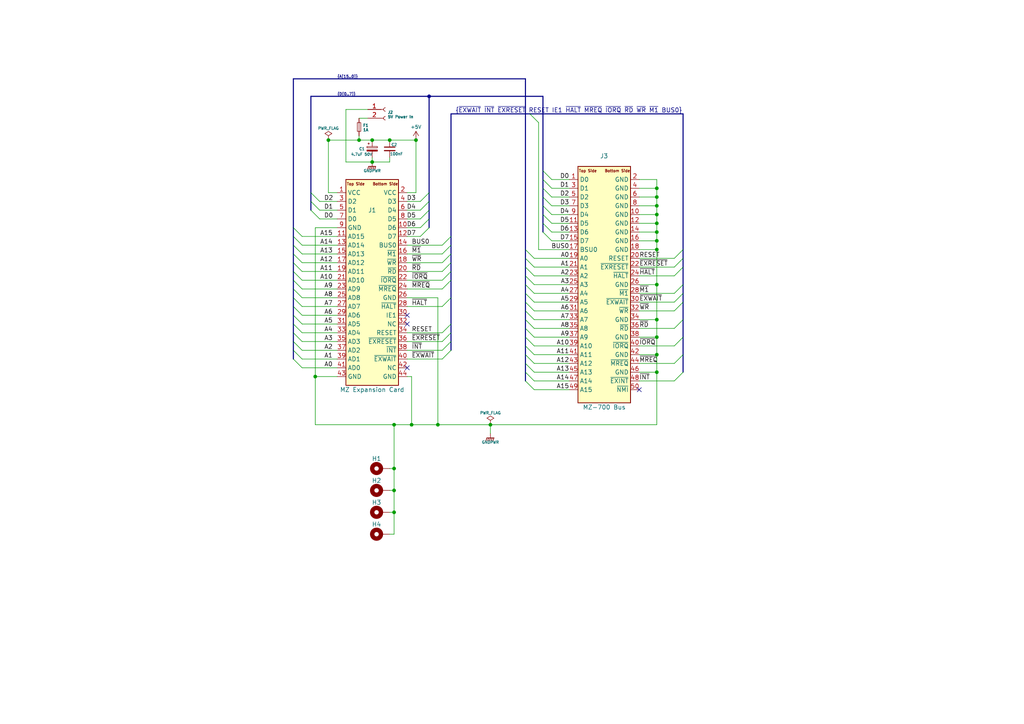
<source format=kicad_sch>
(kicad_sch (version 20230121) (generator eeschema)
  (paper "A4")
  (title_block (title "K&P SFD-700 Floppy Interface mkII") (date "2021-05-17") (rev "1.0") (comment 1 "and enhanced to operate with the MZ-80A.") (comment 2 "This is a recreation of the card using the SFD-700 & SFD-800 schematics as the base") (comment 4 "Kersten & Partners SFD-700 Floppy Disk Interface card for the Sharp MZ-80A/MZ-700."))
  (lib_symbols
    (symbol "Connector:Conn_01x02_Socket" (pin_names (offset 1.016) hide)
      (property "Reference" "J" (at 0 2.54 0))
      (property "Value" "Conn_01x02_Socket" (at 0 -5.08 0))
      (symbol "Conn_01x02_Socket_1_1"
        (arc (start 0 -2.032) (mid -0.5058 -2.54) (end 0 -3.048) (stroke (width 0.1524)))
        (polyline (pts (xy -1.27 -2.54) (xy -0.508 -2.54)) (stroke (width 0.1524)))
        (polyline (pts (xy -1.27 0) (xy -0.508 0)) (stroke (width 0.1524)))
        (arc (start 0 0.508) (mid -0.5058 0) (end 0 -0.508) (stroke (width 0.1524)))
        (pin passive line (at -5.08 0 0) (length 3.81) (name "Pin_1") (number "1"))
        (pin passive line (at -5.08 -2.54 0) (length 3.81) (name "Pin_2") (number "2"))
      )
    )
    (symbol "Device:C_Polarized_Small" (pin_numbers hide) (pin_names (offset 0.254) hide)
      (property "Reference" "C" (at 0.254 1.778 0))
      (property "Value" "C_Polarized_Small" (at 0.254 -2.032 0))
      (symbol "C_Polarized_Small_0_1"
        (rectangle (start -1.524 -0.3048) (end 1.524 -0.6858) (fill (type outline)))
        (rectangle (start -1.524 0.6858) (end 1.524 0.3048))
        (polyline (pts (xy -1.27 1.524) (xy -0.762 1.524)))
        (polyline (pts (xy -1.016 1.27) (xy -1.016 1.778)))
      )
      (symbol "C_Polarized_Small_1_1"
        (pin passive line (at 0 2.54 270) (length 1.8542) (name "~") (number "1"))
        (pin passive line (at 0 -2.54 90) (length 1.8542) (name "~") (number "2"))
      )
    )
    (symbol "Device:C_Small" (pin_numbers hide) (pin_names (offset 0.254) hide)
      (property "Reference" "C" (at 0.254 1.778 0))
      (property "Value" "C_Small" (at 0.254 -2.032 0))
      (symbol "C_Small_0_1"
        (polyline (pts (xy -1.524 -0.508) (xy 1.524 -0.508)) (stroke (width 0.3302)))
        (polyline (pts (xy -1.524 0.508) (xy 1.524 0.508)) (stroke (width 0.3048)))
      )
      (symbol "C_Small_1_1"
        (pin passive line (at 0 2.54 270) (length 2.032) (name "~") (number "1"))
        (pin passive line (at 0 -2.54 90) (length 2.032) (name "~") (number "2"))
      )
    )
    (symbol "Device:Fuse_Small" (pin_numbers hide) (pin_names (offset 0.254) hide)
      (property "Reference" "F" (at 0 -1.524 0))
      (property "Value" "Fuse_Small" (at 0 1.524 0))
      (symbol "Fuse_Small_0_1"
        (rectangle (start -1.27 0.508) (end 1.27 -0.508))
        (polyline (pts (xy -1.27 0) (xy 1.27 0)))
      )
      (symbol "Fuse_Small_1_1"
        (pin passive line (at -2.54 0 0) (length 1.27) (name "~") (number "1"))
        (pin passive line (at 2.54 0 180) (length 1.27) (name "~") (number "2"))
      )
    )
    (symbol "EXT700:Ext_Bus_MZ700"
      (property "Reference" "J" (at 0 31.115 0))
      (property "Value" "Ext_BUS_MZ700" (at 0 -40.64 0))
      (symbol "Ext_Bus_MZ700_0_0"
        (text " Top Side" (at -5.08 29.21 0) (effects (font (size 0.7874 0.7874))))
        (text "Bottom Side" (at 3.81 29.21 0) (effects (font (size 0.7874 0.7874))))
      )
      (symbol "Ext_Bus_MZ700_0_1"
        (rectangle (start -7.62 30.48) (end 7.62 -38.1) (stroke (width 0.254)) (fill (type background)))
      )
      (symbol "Ext_Bus_MZ700_1_1"
        (pin tri_state line (at -10.16 26.67 0) (length 2.54) (name "D0") (number "1"))
        (pin power_in line (at 10.16 16.51 180) (length 2.54) (name "GND") (number "10"))
        (pin tri_state line (at -10.16 13.97 0) (length 2.54) (name "D5") (number "11"))
        (pin power_in line (at 10.16 13.97 180) (length 2.54) (name "GND") (number "12"))
        (pin tri_state line (at -10.16 11.43 0) (length 2.54) (name "D6") (number "13"))
        (pin power_in line (at 10.16 11.43 180) (length 2.54) (name "GND") (number "14"))
        (pin tri_state line (at -10.16 8.89 0) (length 2.54) (name "D7") (number "15"))
        (pin power_in line (at 10.16 8.89 180) (length 2.54) (name "GND") (number "16"))
        (pin tri_state line (at -10.16 6.35 0) (length 2.54) (name "BSU0") (number "17"))
        (pin power_in line (at 10.16 6.35 180) (length 2.54) (name "GND") (number "18"))
        (pin tri_state line (at -10.16 3.81 0) (length 2.54) (name "A0") (number "19"))
        (pin power_in line (at 10.16 26.67 180) (length 2.54) (name "GND") (number "2"))
        (pin tri_state line (at 10.16 3.81 180) (length 2.54) (name "RESET") (number "20"))
        (pin tri_state line (at -10.16 1.27 0) (length 2.54) (name "A1") (number "21"))
        (pin tri_state line (at 10.16 1.27 180) (length 2.54) (name "~{EXRESET}") (number "22"))
        (pin tri_state line (at -10.16 -1.27 0) (length 2.54) (name "A2") (number "23"))
        (pin tri_state line (at 10.16 -1.27 180) (length 2.54) (name "~{HALT}") (number "24"))
        (pin tri_state line (at -10.16 -3.81 0) (length 2.54) (name "A3") (number "25"))
        (pin power_in line (at 10.16 -3.81 180) (length 2.54) (name "GND") (number "26"))
        (pin tri_state line (at -10.16 -6.35 0) (length 2.54) (name "A4") (number "27"))
        (pin tri_state line (at 10.16 -6.35 180) (length 2.54) (name "~{M1}") (number "28"))
        (pin tri_state line (at -10.16 -8.89 0) (length 2.54) (name "A5") (number "29"))
        (pin tri_state line (at -10.16 24.13 0) (length 2.54) (name "D1") (number "3"))
        (pin tri_state line (at 10.16 -8.89 180) (length 2.54) (name "~{EXWAIT}") (number "30"))
        (pin tri_state line (at -10.16 -11.43 0) (length 2.54) (name "A6") (number "31"))
        (pin tri_state line (at 10.16 -11.43 180) (length 2.54) (name "~{WR}") (number "32"))
        (pin tri_state line (at -10.16 -13.97 0) (length 2.54) (name "A7") (number "33"))
        (pin power_in line (at 10.16 -13.97 180) (length 2.54) (name "GND") (number "34"))
        (pin tri_state line (at -10.16 -16.51 0) (length 2.54) (name "A8") (number "35"))
        (pin tri_state line (at 10.16 -16.51 180) (length 2.54) (name "~{RD}") (number "36"))
        (pin tri_state line (at -10.16 -19.05 0) (length 2.54) (name "A9") (number "37"))
        (pin power_in line (at 10.16 -19.05 180) (length 2.54) (name "GND") (number "38"))
        (pin tri_state line (at -10.16 -21.59 0) (length 2.54) (name "A10") (number "39"))
        (pin power_in line (at 10.16 24.13 180) (length 2.54) (name "GND") (number "4"))
        (pin tri_state line (at 10.16 -21.59 180) (length 2.54) (name "~{IORQ}") (number "40"))
        (pin tri_state line (at -10.16 -24.13 0) (length 2.54) (name "A11") (number "41"))
        (pin power_in line (at 10.16 -24.13 180) (length 2.54) (name "GND") (number "42"))
        (pin tri_state line (at -10.16 -26.67 0) (length 2.54) (name "A12") (number "43"))
        (pin tri_state line (at 10.16 -26.67 180) (length 2.54) (name "~{MREQ}") (number "44"))
        (pin tri_state line (at -10.16 -29.21 0) (length 2.54) (name "A13") (number "45"))
        (pin power_in line (at 10.16 -29.21 180) (length 2.54) (name "GND") (number "46"))
        (pin tri_state line (at -10.16 -31.75 0) (length 2.54) (name "A14") (number "47"))
        (pin tri_state line (at 10.16 -31.75 180) (length 2.54) (name "~{EXINT}") (number "48"))
        (pin tri_state line (at -10.16 -34.29 0) (length 2.54) (name "A15") (number "49"))
        (pin tri_state line (at -10.16 21.59 0) (length 2.54) (name "D2") (number "5"))
        (pin tri_state line (at 10.16 -34.29 180) (length 2.54) (name "~{NMI}") (number "50"))
        (pin power_in line (at 10.16 21.59 180) (length 2.54) (name "GND") (number "6"))
        (pin tri_state line (at -10.16 19.05 0) (length 2.54) (name "D3") (number "7"))
        (pin power_in line (at 10.16 19.05 180) (length 2.54) (name "GND") (number "8"))
        (pin tri_state line (at -10.16 16.51 0) (length 2.54) (name "D4") (number "9"))
      )
    )
    (symbol "EXT700:Ext_Bus_MZ800"
      (property "Reference" "J1" (at 0 21.59 0))
      (property "Value" "MZ-700 Bus" (at 0 -30.48 0))
      (symbol "Ext_Bus_MZ800_0_0"
        (text " Top Side" (at -5.08 29.21 0) (effects (font (size 0.7874 0.7874))))
        (text "Bottom Side" (at 3.81 29.21 0) (effects (font (size 0.7874 0.7874))))
      )
      (symbol "Ext_Bus_MZ800_0_1"
        (rectangle (start -7.62 -29.21) (end 7.62 30.48) (stroke (width 0.254)) (fill (type background)))
      )
      (symbol "Ext_Bus_MZ800_1_1"
        (pin power_in line (at -10.16 26.67 0) (length 2.54) (name "VCC") (number "1"))
        (pin tri_state line (at 10.16 16.51 180) (length 2.54) (name "D6") (number "10"))
        (pin tri_state line (at -10.16 13.97 0) (length 2.54) (name "AD15") (number "11"))
        (pin tri_state line (at 10.16 13.97 180) (length 2.54) (name "D7") (number "12"))
        (pin tri_state line (at -10.16 11.43 0) (length 2.54) (name "AD14") (number "13"))
        (pin tri_state line (at 10.16 11.43 180) (length 2.54) (name "BUS0") (number "14"))
        (pin tri_state line (at -10.16 8.89 0) (length 2.54) (name "AD13") (number "15"))
        (pin tri_state line (at 10.16 8.89 180) (length 2.54) (name "~{M1}") (number "16"))
        (pin tri_state line (at -10.16 6.35 0) (length 2.54) (name "AD12") (number "17"))
        (pin tri_state line (at 10.16 6.35 180) (length 2.54) (name "~{WR}") (number "18"))
        (pin tri_state line (at -10.16 3.81 0) (length 2.54) (name "AD11") (number "19"))
        (pin power_in line (at 10.16 26.67 180) (length 2.54) (name "VCC") (number "2"))
        (pin tri_state line (at 10.16 3.81 180) (length 2.54) (name "~{RD}") (number "20"))
        (pin tri_state line (at -10.16 1.27 0) (length 2.54) (name "AD10") (number "21"))
        (pin tri_state line (at 10.16 1.27 180) (length 2.54) (name "~{IORQ}") (number "22"))
        (pin tri_state line (at -10.16 -1.27 0) (length 2.54) (name "AD9") (number "23"))
        (pin tri_state line (at 10.16 -1.27 180) (length 2.54) (name "~{MREQ}") (number "24"))
        (pin tri_state line (at -10.16 -3.81 0) (length 2.54) (name "AD8") (number "25"))
        (pin power_in line (at 10.16 -3.81 180) (length 2.54) (name "GND") (number "26"))
        (pin tri_state line (at -10.16 -6.35 0) (length 2.54) (name "AD7") (number "27"))
        (pin tri_state line (at 10.16 -6.35 180) (length 2.54) (name "~{HALT}") (number "28"))
        (pin tri_state line (at -10.16 -8.89 0) (length 2.54) (name "AD6") (number "29"))
        (pin tri_state line (at -10.16 24.13 0) (length 2.54) (name "D2") (number "3"))
        (pin tri_state line (at 10.16 -8.89 180) (length 2.54) (name "IE1") (number "30"))
        (pin tri_state line (at -10.16 -11.43 0) (length 2.54) (name "AD5") (number "31"))
        (pin tri_state line (at 10.16 -11.43 180) (length 2.54) (name "NC") (number "32"))
        (pin tri_state line (at -10.16 -13.97 0) (length 2.54) (name "AD4") (number "33"))
        (pin tri_state line (at 10.16 -13.97 180) (length 2.54) (name "RESET") (number "34"))
        (pin tri_state line (at -10.16 -16.51 0) (length 2.54) (name "AD3") (number "35"))
        (pin tri_state line (at 10.16 -16.51 180) (length 2.54) (name "~{EXRESET}") (number "36"))
        (pin tri_state line (at -10.16 -19.05 0) (length 2.54) (name "AD2") (number "37"))
        (pin tri_state line (at 10.16 -19.05 180) (length 2.54) (name "~{INT}") (number "38"))
        (pin tri_state line (at -10.16 -21.59 0) (length 2.54) (name "AD1") (number "39"))
        (pin tri_state line (at 10.16 24.13 180) (length 2.54) (name "D3") (number "4"))
        (pin tri_state line (at 10.16 -21.59 180) (length 2.54) (name "~{EXWAIT}") (number "40"))
        (pin tri_state line (at -10.16 -24.13 0) (length 2.54) (name "AD0") (number "41"))
        (pin tri_state line (at 10.16 -24.13 180) (length 2.54) (name "NC") (number "42"))
        (pin power_in line (at -10.16 -26.67 0) (length 2.54) (name "GND") (number "43"))
        (pin power_in line (at 10.16 -26.67 180) (length 2.54) (name "GND") (number "44"))
        (pin tri_state line (at -10.16 21.59 0) (length 2.54) (name "D1") (number "5"))
        (pin tri_state line (at 10.16 21.59 180) (length 2.54) (name "D4") (number "6"))
        (pin tri_state line (at -10.16 19.05 0) (length 2.54) (name "D0") (number "7"))
        (pin tri_state line (at 10.16 19.05 180) (length 2.54) (name "D5") (number "8"))
        (pin power_in line (at -10.16 16.51 0) (length 2.54) (name "GND") (number "9"))
      )
    )
    (symbol "Mechanical:MountingHole_Pad" (pin_numbers hide) (pin_names (offset 1.016) hide)
      (property "Reference" "H" (at 0 6.35 0))
      (property "Value" "MountingHole_Pad" (at 0 4.445 0))
      (symbol "MountingHole_Pad_0_1"
        (circle (center 0 1.27) (radius 1.27) (stroke (width 1.27)))
      )
      (symbol "MountingHole_Pad_1_1"
        (pin input line (at 0 -2.54 90) (length 2.54) (name "1") (number "1"))
      )
    )
    (symbol "power:+5V" (power) (pin_names (offset 0))
      (property "Value" "+5V" (at 0 3.556 0))
      (symbol "+5V_0_1"
        (polyline (pts (xy -0.762 1.27) (xy 0 2.54)))
        (polyline (pts (xy 0 0) (xy 0 2.54)))
        (polyline (pts (xy 0 2.54) (xy 0.762 1.27)))
      )
      (symbol "+5V_1_1"
        (pin power_in line (at 0 0 90) (length 0) hide (name "+5V") (number "1"))
      )
    )
    (symbol "power:GNDPWR" (power) (pin_names (offset 0))
      (property "Value" "GNDPWR" (at 0 -3.302 0))
      (symbol "GNDPWR_0_1"
        (polyline (pts (xy 0 -1.27) (xy 0 0)))
        (polyline (pts (xy -1.016 -1.27) (xy -1.27 -2.032) (xy -1.27 -2.032)) (stroke (width 0.2032)))
        (polyline (pts (xy -0.508 -1.27) (xy -0.762 -2.032) (xy -0.762 -2.032)) (stroke (width 0.2032)))
        (polyline (pts (xy 0 -1.27) (xy -0.254 -2.032) (xy -0.254 -2.032)) (stroke (width 0.2032)))
        (polyline (pts (xy 0.508 -1.27) (xy 0.254 -2.032) (xy 0.254 -2.032)) (stroke (width 0.2032)))
        (polyline (pts (xy 1.016 -1.27) (xy -1.016 -1.27) (xy -1.016 -1.27)) (stroke (width 0.2032)))
        (polyline (pts (xy 1.016 -1.27) (xy 0.762 -2.032) (xy 0.762 -2.032) (xy 0.762 -2.032)) (stroke (width 0.2032)))
      )
      (symbol "GNDPWR_1_1"
        (pin power_in line (at 0 0 270) (length 0) hide (name "GNDPWR") (number "1"))
      )
    )
    (symbol "power:PWR_FLAG" (power) (pin_numbers hide) (pin_names (offset 0) hide)
      (property "Value" "PWR_FLAG" (at 0 3.81 0))
      (symbol "PWR_FLAG_0_0"
        (pin power_out line (at 0 0 90) (length 0) (name "pwr") (number "1"))
      )
      (symbol "PWR_FLAG_0_1"
        (polyline (pts (xy 0 0) (xy 0 1.27) (xy -1.016 1.905) (xy 0 2.54) (xy 1.016 1.905) (xy 0 1.27)))
      )
    )
  )
  (junction (at 120.65 40.64))
  (junction (at 190.5 82.55))
  (junction (at 190.5 64.77))
  (junction (at 104.14 40.64))
  (junction (at 190.5 69.85))
  (junction (at 114.3 135.89))
  (junction (at 142.24 123.19))
  (junction (at 119.38 123.19))
  (junction (at 190.5 62.23))
  (junction (at 95.25 40.64))
  (junction (at 114.3 123.19))
  (junction (at 190.5 72.39))
  (junction (at 190.5 107.95))
  (junction (at 127 123.19))
  (junction (at 107.95 40.64))
  (junction (at 107.95 46.99))
  (junction (at 190.5 67.31))
  (junction (at 190.5 57.15))
  (junction (at 124.46 27.94))
  (junction (at 190.5 92.71))
  (junction (at 190.5 102.87))
  (junction (at 190.5 54.61))
  (junction (at 114.3 148.59))
  (junction (at 91.44 109.22))
  (junction (at 190.5 97.79))
  (junction (at 113.03 40.64))
  (junction (at 114.3 142.24))
  (junction (at 190.5 59.69))
  (no_connect (at 185.42 113.03))
  (no_connect (at 118.11 106.68))
  (no_connect (at 118.11 93.98))
  (no_connect (at 118.11 91.44))
  (bus_entry (at 152.4 92.71) (size 2.54 2.54))
  (bus_entry (at 128.27 101.6) (size 2.54 -2.54))
  (bus_entry (at 128.27 99.06) (size 2.54 -2.54))
  (bus_entry (at 157.48 54.61) (size 2.54 2.54))
  (bus_entry (at 195.58 110.49) (size 2.54 -2.54))
  (bus_entry (at 128.27 73.66) (size 2.54 -2.54))
  (bus_entry (at 157.48 67.31) (size 2.54 2.54))
  (bus_entry (at 195.58 85.09) (size 2.54 -2.54))
  (bus_entry (at 157.48 59.69) (size 2.54 2.54))
  (bus_entry (at 157.48 57.15) (size 2.54 2.54))
  (bus_entry (at 87.63 86.36) (size -2.54 -2.54))
  (bus_entry (at 121.92 60.96) (size 2.54 -2.54))
  (bus_entry (at 152.4 74.93) (size 2.54 2.54))
  (bus_entry (at 128.27 83.82) (size 2.54 -2.54))
  (bus_entry (at 152.4 90.17) (size 2.54 2.54))
  (bus_entry (at 121.92 66.04) (size 2.54 -2.54))
  (bus_entry (at 121.92 68.58) (size 2.54 -2.54))
  (bus_entry (at 87.63 104.14) (size -2.54 -2.54))
  (bus_entry (at 152.4 87.63) (size 2.54 2.54))
  (bus_entry (at 195.58 80.01) (size 2.54 -2.54))
  (bus_entry (at 152.4 80.01) (size 2.54 2.54))
  (bus_entry (at 195.58 105.41) (size 2.54 -2.54))
  (bus_entry (at 128.27 71.12) (size 2.54 -2.54))
  (bus_entry (at 90.17 60.96) (size 2.54 2.54))
  (bus_entry (at 128.27 76.2) (size 2.54 -2.54))
  (bus_entry (at 195.58 77.47) (size 2.54 -2.54))
  (bus_entry (at 152.4 105.41) (size 2.54 2.54))
  (bus_entry (at 152.4 102.87) (size 2.54 2.54))
  (bus_entry (at 128.27 104.14) (size 2.54 -2.54))
  (bus_entry (at 87.63 81.28) (size -2.54 -2.54))
  (bus_entry (at 195.58 95.25) (size 2.54 -2.54))
  (bus_entry (at 87.63 78.74) (size -2.54 -2.54))
  (bus_entry (at 195.58 90.17) (size 2.54 -2.54))
  (bus_entry (at 128.27 78.74) (size 2.54 -2.54))
  (bus_entry (at 87.63 76.2) (size -2.54 -2.54))
  (bus_entry (at 128.27 96.52) (size 2.54 -2.54))
  (bus_entry (at 87.63 106.68) (size -2.54 -2.54))
  (bus_entry (at 87.63 91.44) (size -2.54 -2.54))
  (bus_entry (at 153.67 33.02) (size 2.54 2.54))
  (bus_entry (at 128.27 88.9) (size 2.54 -2.54))
  (bus_entry (at 152.4 72.39) (size 2.54 2.54))
  (bus_entry (at 157.48 49.53) (size 2.54 2.54))
  (bus_entry (at 152.4 100.33) (size 2.54 2.54))
  (bus_entry (at 152.4 110.49) (size 2.54 2.54))
  (bus_entry (at 152.4 97.79) (size 2.54 2.54))
  (bus_entry (at 152.4 85.09) (size 2.54 2.54))
  (bus_entry (at 152.4 107.95) (size 2.54 2.54))
  (bus_entry (at 157.48 64.77) (size 2.54 2.54))
  (bus_entry (at 87.63 71.12) (size -2.54 -2.54))
  (bus_entry (at 87.63 88.9) (size -2.54 -2.54))
  (bus_entry (at 152.4 95.25) (size 2.54 2.54))
  (bus_entry (at 195.58 100.33) (size 2.54 -2.54))
  (bus_entry (at 87.63 96.52) (size -2.54 -2.54))
  (bus_entry (at 90.17 55.88) (size 2.54 2.54))
  (bus_entry (at 87.63 93.98) (size -2.54 -2.54))
  (bus_entry (at 157.48 62.23) (size 2.54 2.54))
  (bus_entry (at 87.63 73.66) (size -2.54 -2.54))
  (bus_entry (at 152.4 82.55) (size 2.54 2.54))
  (bus_entry (at 152.4 77.47) (size 2.54 2.54))
  (bus_entry (at 87.63 83.82) (size -2.54 -2.54))
  (bus_entry (at 87.63 101.6) (size -2.54 -2.54))
  (bus_entry (at 121.92 58.42) (size 2.54 -2.54))
  (bus_entry (at 195.58 74.93) (size 2.54 -2.54))
  (bus_entry (at 157.48 52.07) (size 2.54 2.54))
  (bus_entry (at 195.58 87.63) (size 2.54 -2.54))
  (bus_entry (at 87.63 99.06) (size -2.54 -2.54))
  (bus_entry (at 128.27 81.28) (size 2.54 -2.54))
  (bus_entry (at 90.17 58.42) (size 2.54 2.54))
  (bus_entry (at 121.92 63.5) (size 2.54 -2.54))
  (bus_entry (at 87.63 68.58) (size -2.54 -2.54))
  (wire (pts (xy 128.27 76.2) (xy 118.11 76.2)))
  (wire (pts (xy 156.21 35.56) (xy 156.21 72.39)))
  (bus (pts (xy 124.46 27.94) (xy 124.46 55.88)))
  (wire (pts (xy 190.5 107.95) (xy 190.5 123.19)))
  (wire (pts (xy 114.3 142.24) (xy 114.3 135.89)))
  (wire (pts (xy 95.25 40.64) (xy 104.14 40.64)))
  (bus (pts (xy 85.09 66.04) (xy 85.09 22.86)))
  (wire (pts (xy 128.27 83.82) (xy 118.11 83.82)))
  (wire (pts (xy 104.14 39.37) (xy 104.14 40.64)))
  (wire (pts (xy 165.1 67.31) (xy 160.02 67.31)))
  (bus (pts (xy 152.4 74.93) (xy 152.4 72.39)))
  (wire (pts (xy 165.1 72.39) (xy 156.21 72.39)))
  (wire (pts (xy 195.58 77.47) (xy 185.42 77.47)))
  (wire (pts (xy 185.42 62.23) (xy 190.5 62.23)))
  (bus (pts (xy 85.09 71.12) (xy 85.09 73.66)))
  (bus (pts (xy 85.09 99.06) (xy 85.09 101.6)))
  (wire (pts (xy 97.79 96.52) (xy 87.63 96.52)))
  (wire (pts (xy 119.38 109.22) (xy 119.38 123.19)))
  (bus (pts (xy 198.12 102.87) (xy 198.12 97.79)))
  (wire (pts (xy 128.27 96.52) (xy 118.11 96.52)))
  (bus (pts (xy 85.09 68.58) (xy 85.09 71.12)))
  (wire (pts (xy 165.1 87.63) (xy 154.94 87.63)))
  (wire (pts (xy 97.79 58.42) (xy 92.71 58.42)))
  (bus (pts (xy 130.81 68.58) (xy 130.81 71.12)))
  (bus (pts (xy 157.48 64.77) (xy 157.48 62.23)))
  (wire (pts (xy 165.1 57.15) (xy 160.02 57.15)))
  (wire (pts (xy 118.11 86.36) (xy 127 86.36)))
  (bus (pts (xy 198.12 85.09) (xy 198.12 82.55)))
  (wire (pts (xy 97.79 73.66) (xy 87.63 73.66)))
  (bus (pts (xy 198.12 77.47) (xy 198.12 74.93)))
  (wire (pts (xy 165.1 69.85) (xy 160.02 69.85)))
  (wire (pts (xy 118.11 58.42) (xy 121.92 58.42)))
  (bus (pts (xy 85.09 93.98) (xy 85.09 96.52)))
  (wire (pts (xy 190.5 57.15) (xy 190.5 59.69)))
  (wire (pts (xy 97.79 60.96) (xy 92.71 60.96)))
  (bus (pts (xy 130.81 86.36) (xy 130.81 93.98)))
  (wire (pts (xy 165.1 82.55) (xy 154.94 82.55)))
  (wire (pts (xy 97.79 101.6) (xy 87.63 101.6)))
  (wire (pts (xy 190.5 102.87) (xy 190.5 107.95)))
  (wire (pts (xy 165.1 64.77) (xy 160.02 64.77)))
  (bus (pts (xy 130.81 93.98) (xy 130.81 96.52)))
  (bus (pts (xy 85.09 101.6) (xy 85.09 104.14)))
  (wire (pts (xy 113.03 148.59) (xy 114.3 148.59)))
  (wire (pts (xy 195.58 100.33) (xy 185.42 100.33)))
  (bus (pts (xy 157.48 49.53) (xy 157.48 27.94)))
  (wire (pts (xy 106.68 34.29) (xy 104.14 34.29)))
  (bus (pts (xy 198.12 97.79) (xy 198.12 92.71)))
  (bus (pts (xy 198.12 74.93) (xy 198.12 72.39)))
  (wire (pts (xy 165.1 110.49) (xy 154.94 110.49)))
  (wire (pts (xy 190.5 67.31) (xy 190.5 69.85)))
  (wire (pts (xy 128.27 71.12) (xy 118.11 71.12)))
  (bus (pts (xy 124.46 63.5) (xy 124.46 66.04)))
  (bus (pts (xy 130.81 76.2) (xy 130.81 78.74)))
  (bus (pts (xy 152.4 87.63) (xy 152.4 85.09)))
  (wire (pts (xy 165.1 90.17) (xy 154.94 90.17)))
  (bus (pts (xy 157.48 27.94) (xy 124.46 27.94)))
  (wire (pts (xy 97.79 86.36) (xy 87.63 86.36)))
  (wire (pts (xy 128.27 104.14) (xy 118.11 104.14)))
  (wire (pts (xy 165.1 54.61) (xy 160.02 54.61)))
  (wire (pts (xy 165.1 92.71) (xy 154.94 92.71)))
  (wire (pts (xy 91.44 109.22) (xy 91.44 123.19)))
  (wire (pts (xy 185.42 64.77) (xy 190.5 64.77)))
  (bus (pts (xy 90.17 27.94) (xy 90.17 55.88)))
  (wire (pts (xy 190.5 59.69) (xy 190.5 62.23)))
  (wire (pts (xy 185.42 92.71) (xy 190.5 92.71)))
  (wire (pts (xy 185.42 82.55) (xy 190.5 82.55)))
  (wire (pts (xy 142.24 123.19) (xy 142.24 125.73)))
  (wire (pts (xy 142.24 123.19) (xy 127 123.19)))
  (wire (pts (xy 118.11 63.5) (xy 121.92 63.5)))
  (bus (pts (xy 152.4 22.86) (xy 152.4 72.39)))
  (wire (pts (xy 128.27 99.06) (xy 118.11 99.06)))
  (wire (pts (xy 128.27 78.74) (xy 118.11 78.74)))
  (wire (pts (xy 100.33 31.75) (xy 100.33 46.99)))
  (bus (pts (xy 157.48 59.69) (xy 157.48 57.15)))
  (wire (pts (xy 113.03 45.72) (xy 113.03 46.99)))
  (wire (pts (xy 190.5 64.77) (xy 190.5 67.31)))
  (bus (pts (xy 130.81 78.74) (xy 130.81 81.28)))
  (bus (pts (xy 90.17 55.88) (xy 90.17 58.42)))
  (wire (pts (xy 106.68 31.75) (xy 100.33 31.75)))
  (bus (pts (xy 198.12 82.55) (xy 198.12 77.47)))
  (wire (pts (xy 128.27 101.6) (xy 118.11 101.6)))
  (bus (pts (xy 157.48 62.23) (xy 157.48 59.69)))
  (wire (pts (xy 91.44 109.22) (xy 97.79 109.22)))
  (wire (pts (xy 190.5 123.19) (xy 142.24 123.19)))
  (bus (pts (xy 130.81 33.02) (xy 130.81 68.58)))
  (wire (pts (xy 97.79 106.68) (xy 87.63 106.68)))
  (wire (pts (xy 190.5 52.07) (xy 190.5 54.61)))
  (wire (pts (xy 114.3 148.59) (xy 114.3 142.24)))
  (bus (pts (xy 85.09 91.44) (xy 85.09 93.98)))
  (wire (pts (xy 113.03 154.94) (xy 114.3 154.94)))
  (bus (pts (xy 152.4 80.01) (xy 152.4 77.47)))
  (wire (pts (xy 165.1 74.93) (xy 154.94 74.93)))
  (wire (pts (xy 185.42 107.95) (xy 190.5 107.95)))
  (bus (pts (xy 152.4 110.49) (xy 152.4 107.95)))
  (wire (pts (xy 195.58 85.09) (xy 185.42 85.09)))
  (wire (pts (xy 127 123.19) (xy 119.38 123.19)))
  (bus (pts (xy 85.09 81.28) (xy 85.09 83.82)))
  (wire (pts (xy 195.58 105.41) (xy 185.42 105.41)))
  (bus (pts (xy 157.48 52.07) (xy 157.48 49.53)))
  (bus (pts (xy 85.09 66.04) (xy 85.09 68.58)))
  (wire (pts (xy 185.42 67.31) (xy 190.5 67.31)))
  (bus (pts (xy 85.09 76.2) (xy 85.09 78.74)))
  (bus (pts (xy 124.46 55.88) (xy 124.46 58.42)))
  (bus (pts (xy 157.48 54.61) (xy 157.48 52.07)))
  (wire (pts (xy 127 86.36) (xy 127 123.19)))
  (bus (pts (xy 198.12 92.71) (xy 198.12 87.63)))
  (bus (pts (xy 85.09 83.82) (xy 85.09 86.36)))
  (wire (pts (xy 185.42 57.15) (xy 190.5 57.15)))
  (wire (pts (xy 97.79 76.2) (xy 87.63 76.2)))
  (wire (pts (xy 165.1 95.25) (xy 154.94 95.25)))
  (wire (pts (xy 114.3 135.89) (xy 113.03 135.89)))
  (wire (pts (xy 114.3 123.19) (xy 91.44 123.19)))
  (wire (pts (xy 185.42 72.39) (xy 190.5 72.39)))
  (wire (pts (xy 185.42 102.87) (xy 190.5 102.87)))
  (wire (pts (xy 195.58 87.63) (xy 185.42 87.63)))
  (wire (pts (xy 97.79 55.88) (xy 95.25 55.88)))
  (bus (pts (xy 152.4 92.71) (xy 152.4 90.17)))
  (wire (pts (xy 118.11 66.04) (xy 121.92 66.04)))
  (bus (pts (xy 198.12 87.63) (xy 198.12 85.09)))
  (bus (pts (xy 152.4 100.33) (xy 152.4 97.79)))
  (wire (pts (xy 195.58 110.49) (xy 185.42 110.49)))
  (bus (pts (xy 152.4 107.95) (xy 152.4 105.41)))
  (bus (pts (xy 124.46 58.42) (xy 124.46 60.96)))
  (wire (pts (xy 190.5 62.23) (xy 190.5 64.77)))
  (wire (pts (xy 190.5 54.61) (xy 190.5 57.15)))
  (wire (pts (xy 128.27 73.66) (xy 118.11 73.66)))
  (bus (pts (xy 130.81 71.12) (xy 130.81 73.66)))
  (wire (pts (xy 128.27 81.28) (xy 118.11 81.28)))
  (bus (pts (xy 152.4 85.09) (xy 152.4 82.55)))
  (wire (pts (xy 97.79 71.12) (xy 87.63 71.12)))
  (wire (pts (xy 195.58 74.93) (xy 185.42 74.93)))
  (wire (pts (xy 97.79 66.04) (xy 91.44 66.04)))
  (wire (pts (xy 165.1 113.03) (xy 154.94 113.03)))
  (wire (pts (xy 195.58 80.01) (xy 185.42 80.01)))
  (bus (pts (xy 198.12 72.39) (xy 198.12 33.02)))
  (bus (pts (xy 124.46 60.96) (xy 124.46 63.5)))
  (wire (pts (xy 165.1 80.01) (xy 154.94 80.01)))
  (wire (pts (xy 113.03 40.64) (xy 120.65 40.64)))
  (bus (pts (xy 85.09 78.74) (xy 85.09 81.28)))
  (bus (pts (xy 90.17 58.42) (xy 90.17 60.96)))
  (wire (pts (xy 165.1 107.95) (xy 154.94 107.95)))
  (wire (pts (xy 97.79 83.82) (xy 87.63 83.82)))
  (wire (pts (xy 165.1 59.69) (xy 160.02 59.69)))
  (bus (pts (xy 130.81 99.06) (xy 130.81 101.6)))
  (wire (pts (xy 113.03 142.24) (xy 114.3 142.24)))
  (wire (pts (xy 91.44 66.04) (xy 91.44 109.22)))
  (wire (pts (xy 165.1 77.47) (xy 154.94 77.47)))
  (wire (pts (xy 104.14 40.64) (xy 107.95 40.64)))
  (wire (pts (xy 95.25 40.64) (xy 95.25 55.88)))
  (bus (pts (xy 153.67 33.02) (xy 130.81 33.02)))
  (bus (pts (xy 130.81 73.66) (xy 130.81 76.2)))
  (bus (pts (xy 85.09 88.9) (xy 85.09 91.44)))
  (wire (pts (xy 97.79 99.06) (xy 87.63 99.06)))
  (wire (pts (xy 97.79 68.58) (xy 87.63 68.58)))
  (wire (pts (xy 190.5 69.85) (xy 190.5 72.39)))
  (wire (pts (xy 107.95 45.72) (xy 107.95 46.99)))
  (wire (pts (xy 185.42 69.85) (xy 190.5 69.85)))
  (wire (pts (xy 118.11 68.58) (xy 121.92 68.58)))
  (bus (pts (xy 152.4 22.86) (xy 85.09 22.86)))
  (wire (pts (xy 195.58 95.25) (xy 185.42 95.25)))
  (wire (pts (xy 97.79 81.28) (xy 87.63 81.28)))
  (wire (pts (xy 185.42 97.79) (xy 190.5 97.79)))
  (wire (pts (xy 97.79 78.74) (xy 87.63 78.74)))
  (wire (pts (xy 195.58 90.17) (xy 185.42 90.17)))
  (wire (pts (xy 107.95 40.64) (xy 113.03 40.64)))
  (bus (pts (xy 157.48 57.15) (xy 157.48 54.61)))
  (wire (pts (xy 185.42 54.61) (xy 190.5 54.61)))
  (wire (pts (xy 97.79 104.14) (xy 87.63 104.14)))
  (wire (pts (xy 100.33 46.99) (xy 107.95 46.99)))
  (wire (pts (xy 120.65 40.64) (xy 120.65 55.88)))
  (wire (pts (xy 165.1 52.07) (xy 160.02 52.07)))
  (bus (pts (xy 198.12 107.95) (xy 198.12 102.87)))
  (bus (pts (xy 152.4 82.55) (xy 152.4 80.01)))
  (bus (pts (xy 152.4 97.79) (xy 152.4 95.25)))
  (bus (pts (xy 152.4 90.17) (xy 152.4 87.63)))
  (wire (pts (xy 165.1 105.41) (xy 154.94 105.41)))
  (bus (pts (xy 130.81 96.52) (xy 130.81 99.06)))
  (wire (pts (xy 190.5 82.55) (xy 190.5 92.71)))
  (wire (pts (xy 165.1 85.09) (xy 154.94 85.09)))
  (wire (pts (xy 97.79 63.5) (xy 92.71 63.5)))
  (bus (pts (xy 130.81 81.28) (xy 130.81 86.36)))
  (wire (pts (xy 165.1 100.33) (xy 154.94 100.33)))
  (bus (pts (xy 157.48 67.31) (xy 157.48 64.77)))
  (wire (pts (xy 118.11 109.22) (xy 119.38 109.22)))
  (wire (pts (xy 119.38 123.19) (xy 114.3 123.19)))
  (wire (pts (xy 165.1 102.87) (xy 154.94 102.87)))
  (bus (pts (xy 152.4 95.25) (xy 152.4 92.71)))
  (wire (pts (xy 97.79 88.9) (xy 87.63 88.9)))
  (wire (pts (xy 190.5 97.79) (xy 190.5 102.87)))
  (bus (pts (xy 85.09 86.36) (xy 85.09 88.9)))
  (wire (pts (xy 113.03 46.99) (xy 107.95 46.99)))
  (bus (pts (xy 85.09 96.52) (xy 85.09 99.06)))
  (wire (pts (xy 97.79 93.98) (xy 87.63 93.98)))
  (wire (pts (xy 185.42 59.69) (xy 190.5 59.69)))
  (wire (pts (xy 97.79 91.44) (xy 87.63 91.44)))
  (wire (pts (xy 118.11 60.96) (xy 121.92 60.96)))
  (wire (pts (xy 185.42 52.07) (xy 190.5 52.07)))
  (wire (pts (xy 114.3 123.19) (xy 114.3 135.89)))
  (bus (pts (xy 198.12 33.02) (xy 153.67 33.02)))
  (bus (pts (xy 85.09 73.66) (xy 85.09 76.2)))
  (bus (pts (xy 152.4 77.47) (xy 152.4 74.93)))
  (bus (pts (xy 152.4 105.41) (xy 152.4 102.87)))
  (wire (pts (xy 165.1 62.23) (xy 160.02 62.23)))
  (wire (pts (xy 165.1 97.79) (xy 154.94 97.79)))
  (wire (pts (xy 190.5 92.71) (xy 190.5 97.79)))
  (wire (pts (xy 128.27 88.9) (xy 118.11 88.9)))
  (wire (pts (xy 190.5 72.39) (xy 190.5 82.55)))
  (wire (pts (xy 118.11 55.88) (xy 120.65 55.88)))
  (wire (pts (xy 114.3 154.94) (xy 114.3 148.59)))
  (bus (pts (xy 152.4 102.87) (xy 152.4 100.33)))
  (bus (pts (xy 124.46 27.94) (xy 90.17 27.94)))
  (label "A6" (at 165.1 90.17 180))
  (label "D4" (at 120.65 60.96 180))
  (label "A7" (at 165.1 92.71 180))
  (label "~{MREQ}" (at 119.38 83.82 0))
  (label "~{INT}" (at 185.42 110.49 0))
  (label "~{WR}" (at 119.38 76.2 0))
  (label "RESET" (at 185.42 74.93 0))
  (label "D0" (at 165.1 52.07 180))
  (label "D1" (at 165.1 54.61 180))
  (label "~{M1}" (at 185.42 85.09 0))
  (label "A1" (at 165.1 77.47 180))
  (label "A14" (at 96.52 71.12 180))
  (label "A1" (at 96.52 104.14 180))
  (label "D5" (at 165.1 64.77 180))
  (label "A9" (at 96.52 83.82 180))
  (label "{D[0..7]}" (at 97.79 27.94 0) (effects (font (size 0.8 0.8))))
  (label "D0" (at 93.98 63.5 0))
  (label "~{HALT}" (at 185.42 80.01 0))
  (label "D6" (at 120.65 66.04 180))
  (label "~{RD}" (at 185.42 95.25 0))
  (label "A4" (at 96.52 96.52 180))
  (label "A3" (at 165.1 82.55 180))
  (label "D7" (at 120.65 68.58 180))
  (label "~{IORQ}" (at 119.38 81.28 0))
  (label "A2" (at 96.52 101.6 180))
  (label "A8" (at 165.1 95.25 180))
  (label "~{WR}" (at 185.42 90.17 0))
  (label "A11" (at 165.1 102.87 180))
  (label "A0" (at 96.52 106.68 180))
  (label "~{M1}" (at 119.38 73.66 0))
  (label "A11" (at 96.52 78.74 180))
  (label "{A[15..0]}" (at 97.79 22.86 0) (effects (font (size 0.8 0.8))))
  (label "A12" (at 165.1 105.41 180))
  (label "~{HALT}" (at 119.38 88.9 0))
  (label "A5" (at 96.52 93.98 180))
  (label "A7" (at 96.52 88.9 180))
  (label "~{EXWAIT}" (at 119.38 104.14 0))
  (label "{~{EXWAIT} ~{INT} ~{EXRESET} RESET IE1 ~{HALT} ~{MREQ} ~{IORQ} ~{RD} ~{WR} ~{M1} BUS0}" (at 132.08 33.02 0))
  (label "A12" (at 96.52 76.2 180))
  (label "A3" (at 96.52 99.06 180))
  (label "BUS0" (at 119.38 71.12 0))
  (label "~{IORQ}" (at 185.42 100.33 0))
  (label "A15" (at 165.1 113.03 180))
  (label "A10" (at 96.52 81.28 180))
  (label "A13" (at 96.52 73.66 180))
  (label "D2" (at 93.98 58.42 0))
  (label "D5" (at 120.65 63.5 180))
  (label "A10" (at 165.1 100.33 180))
  (label "D3" (at 165.1 59.69 180))
  (label "D3" (at 120.65 58.42 180))
  (label "A8" (at 96.52 86.36 180))
  (label "A4" (at 165.1 85.09 180))
  (label "D4" (at 165.1 62.23 180))
  (label "~{EXRESET}" (at 185.42 77.47 0))
  (label "A14" (at 165.1 110.49 180))
  (label "A6" (at 96.52 91.44 180))
  (label "A13" (at 165.1 107.95 180))
  (label "RESET" (at 119.38 96.52 0))
  (label "~{RD}" (at 119.38 78.74 0))
  (label "~{EXRESET}" (at 119.38 99.06 0))
  (label "D7" (at 165.1 69.85 180))
  (label "A2" (at 165.1 80.01 180))
  (label "A0" (at 165.1 74.93 180))
  (label "D2" (at 165.1 57.15 180))
  (label "A9" (at 165.1 97.79 180))
  (label "~{EXWAIT}" (at 185.42 87.63 0))
  (label "D6" (at 165.1 67.31 180))
  (label "~{MREQ}" (at 185.42 105.41 0))
  (label "A15" (at 96.52 68.58 180))
  (label "A5" (at 165.1 87.63 180))
  (label "~{INT}" (at 119.38 101.6 0))
  (label "D1" (at 93.98 60.96 0))
  (label "BUS0" (at 165.1 72.39 180))
  (symbol (lib_id "EXT700:Ext_Bus_MZ800") (at 107.95 82.55 0) (unit 1)
    (property "Reference" "J1" (at 107.95 60.96 0))
    (property "Value" "MZ Expansion Card" (at 107.95 113.03 0))
    (property "Footprint" "EXT700:EdgeCardConnector_2_54mm_44way" (effects hide))
    (property "Datasheet" "https://en.wikipedia.org/wiki/Industry_Standard_Architecture" (effects hide))
  )
  (symbol (lib_id "power:+5V") (at 120.65 40.64 0) (unit 1)
    (property "Reference" "#PWR02" (effects hide))
    (property "Value" "+5V" (at 120.65 36.83 0) (effects (font (size 0.9906 0.9906))))
  )
  (symbol (lib_id "Device:C_Polarized_Small") (at 107.95 43.18 0) (unit 1)
    (property "Reference" "C1" (at 104.14 43.18 0) (effects (font (size 0.7874 0.7874)) (justify left)))
    (property "Value" "4.7uF 50V" (at 101.8032 44.7548 0) (effects (font (size 0.7874 0.7874)) (justify left)))
    (property "Footprint" "Capacitor_THT:CP_Radial_D4.0mm_P2.00mm" (effects hide))
  )
  (symbol (lib_id "power:GNDPWR") (at 107.95 46.99 0) (unit 1)
    (property "Reference" "#PWR01" (effects hide))
    (property "Value" "GNDPWR" (at 107.95 49.53 0) (effects (font (size 0.7874 0.7874))))
  )
  (symbol (lib_id "Mechanical:MountingHole_Pad") (at 110.49 142.24 90) (unit 1)
    (property "Reference" "H2" (at 109.22 139.3731 90))
    (property "Value" "MountingHole_Pad" (effects hide))
    (property "Footprint" "MountingHole:MountingHole_3.2mm_M3_Pad_Via" (effects hide))
  )
  (symbol (lib_id "Mechanical:MountingHole_Pad") (at 110.49 154.94 90) (unit 1)
    (property "Reference" "H4" (at 109.22 152.0731 90))
    (property "Value" "MountingHole_Pad" (effects hide))
    (property "Footprint" "MountingHole:MountingHole_3.2mm_M3_Pad_Via" (effects hide))
  )
  (symbol (lib_id "Mechanical:MountingHole_Pad") (at 110.49 135.89 90) (unit 1)
    (property "Reference" "H1" (at 109.22 133.0231 90))
    (property "Value" "MountingHole_Pad" (effects hide))
    (property "Footprint" "MountingHole:MountingHole_3.2mm_M3_Pad_Via" (effects hide))
  )
  (symbol (lib_id "power:GNDPWR") (at 142.24 125.73 0) (unit 1)
    (property "Reference" "#PWR03" (effects hide))
    (property "Value" "GNDPWR" (at 142.24 128.27 0) (effects (font (size 0.7874 0.7874))))
  )
  (symbol (lib_id "Device:Fuse_Small") (at 104.14 36.83 90) (unit 1)
    (property "Reference" "F1" (at 105.283 36.3775 90) (effects (font (size 0.8 0.8)) (justify right)))
    (property "Value" "1A" (at 105.283 37.6815 90) (effects (font (size 0.8 0.8)) (justify right)))
    (property "Footprint" "Fuse:Fuse_1210_3225Metric_Pad1.42x2.65mm_HandSolder" (effects hide))
  )
  (symbol (lib_id "Connector:Conn_01x02_Socket") (at 111.76 31.75 0) (unit 1)
    (property "Reference" "J2" (at 112.4712 32.5675 0) (effects (font (size 0.8 0.8)) (justify left)))
    (property "Value" "5V Power In" (at 112.4712 33.8715 0) (effects (font (size 0.8 0.8)) (justify left)))
    (property "Footprint" "Connector_JST:JST_XH_B2B-XH-AM_1x02_P2.50mm_Vertical" (effects hide))
  )
  (symbol (lib_id "power:PWR_FLAG") (at 142.24 123.19 0) (unit 1)
    (property "Reference" "#FLG02" (effects hide))
    (property "Value" "PWR_FLAG" (at 142.24 119.762 0) (effects (font (size 0.8 0.8))))
  )
  (symbol (lib_id "Device:C_Small") (at 113.03 43.18 0) (unit 1)
    (property "Reference" "C2" (at 114.3254 41.9608 0) (effects (font (size 0.7874 0.7874))))
    (property "Value" "100nF" (at 114.9858 44.6532 0) (effects (font (size 0.7874 0.7874))))
    (property "Footprint" "Capacitor_THT:C_Disc_D5.0mm_W2.5mm_P2.50mm" (effects hide))
  )
  (symbol (lib_id "EXT700:Ext_Bus_MZ700") (at 175.26 78.74 0) (unit 1)
    (property "Reference" "J3" (at 175.2009 45.2501 0))
    (property "Value" "MZ-700 Bus" (at 175.26 118.11 0))
    (property "Footprint" "EXT700:EdgeCardConnector_2_54mm_50way" (effects hide))
  )
  (symbol (lib_id "Mechanical:MountingHole_Pad") (at 110.49 148.59 90) (unit 1)
    (property "Reference" "H3" (at 109.22 145.7231 90))
    (property "Value" "MountingHole_Pad" (effects hide))
    (property "Footprint" "MountingHole:MountingHole_3.2mm_M3_Pad_Via" (effects hide))
  )
  (symbol (lib_id "power:PWR_FLAG") (at 95.25 40.64 0) (unit 1)
    (property "Reference" "#FLG01" (effects hide))
    (property "Value" "PWR_FLAG" (at 95.25 37.212 0) (effects (font (size 0.8 0.8))))
  )
)
</source>
